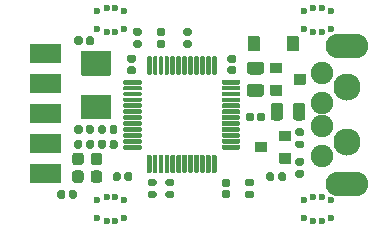
<source format=gbr>
G04 #@! TF.GenerationSoftware,KiCad,Pcbnew,5.1.9+dfsg1-1*
G04 #@! TF.CreationDate,2021-07-12T18:29:50+08:00*
G04 #@! TF.ProjectId,stlink,73746c69-6e6b-42e6-9b69-6361645f7063,a*
G04 #@! TF.SameCoordinates,Original*
G04 #@! TF.FileFunction,Soldermask,Top*
G04 #@! TF.FilePolarity,Negative*
%FSLAX46Y46*%
G04 Gerber Fmt 4.6, Leading zero omitted, Abs format (unit mm)*
G04 Created by KiCad (PCBNEW 5.1.9+dfsg1-1) date 2021-07-12 18:29:50*
%MOMM*%
%LPD*%
G01*
G04 APERTURE LIST*
%ADD10C,0.600000*%
%ADD11C,1.900000*%
%ADD12C,2.300000*%
%ADD13O,3.600000X2.100000*%
G04 APERTURE END LIST*
G04 #@! TO.C,R11*
G36*
G01*
X120710000Y-96060000D02*
X120290000Y-96060000D01*
G75*
G02*
X120130000Y-95900000I0J160000D01*
G01*
X120130000Y-95580000D01*
G75*
G02*
X120290000Y-95420000I160000J0D01*
G01*
X120710000Y-95420000D01*
G75*
G02*
X120870000Y-95580000I0J-160000D01*
G01*
X120870000Y-95900000D01*
G75*
G02*
X120710000Y-96060000I-160000J0D01*
G01*
G37*
G36*
G01*
X120710000Y-97080000D02*
X120290000Y-97080000D01*
G75*
G02*
X120130000Y-96920000I0J160000D01*
G01*
X120130000Y-96600000D01*
G75*
G02*
X120290000Y-96440000I160000J0D01*
G01*
X120710000Y-96440000D01*
G75*
G02*
X120870000Y-96600000I0J-160000D01*
G01*
X120870000Y-96920000D01*
G75*
G02*
X120710000Y-97080000I-160000J0D01*
G01*
G37*
G04 #@! TD*
G04 #@! TO.C,R10*
G36*
G01*
X121790000Y-96440000D02*
X122210000Y-96440000D01*
G75*
G02*
X122370000Y-96600000I0J-160000D01*
G01*
X122370000Y-96920000D01*
G75*
G02*
X122210000Y-97080000I-160000J0D01*
G01*
X121790000Y-97080000D01*
G75*
G02*
X121630000Y-96920000I0J160000D01*
G01*
X121630000Y-96600000D01*
G75*
G02*
X121790000Y-96440000I160000J0D01*
G01*
G37*
G36*
G01*
X121790000Y-95420000D02*
X122210000Y-95420000D01*
G75*
G02*
X122370000Y-95580000I0J-160000D01*
G01*
X122370000Y-95900000D01*
G75*
G02*
X122210000Y-96060000I-160000J0D01*
G01*
X121790000Y-96060000D01*
G75*
G02*
X121630000Y-95900000I0J160000D01*
G01*
X121630000Y-95580000D01*
G75*
G02*
X121790000Y-95420000I160000J0D01*
G01*
G37*
G04 #@! TD*
G04 #@! TO.C,R8*
G36*
G01*
X119040000Y-83690000D02*
X119460000Y-83690000D01*
G75*
G02*
X119620000Y-83850000I0J-160000D01*
G01*
X119620000Y-84170000D01*
G75*
G02*
X119460000Y-84330000I-160000J0D01*
G01*
X119040000Y-84330000D01*
G75*
G02*
X118880000Y-84170000I0J160000D01*
G01*
X118880000Y-83850000D01*
G75*
G02*
X119040000Y-83690000I160000J0D01*
G01*
G37*
G36*
G01*
X119040000Y-82670000D02*
X119460000Y-82670000D01*
G75*
G02*
X119620000Y-82830000I0J-160000D01*
G01*
X119620000Y-83150000D01*
G75*
G02*
X119460000Y-83310000I-160000J0D01*
G01*
X119040000Y-83310000D01*
G75*
G02*
X118880000Y-83150000I0J160000D01*
G01*
X118880000Y-82830000D01*
G75*
G02*
X119040000Y-82670000I160000J0D01*
G01*
G37*
G04 #@! TD*
G04 #@! TO.C,R7*
G36*
G01*
X121040000Y-83690000D02*
X121460000Y-83690000D01*
G75*
G02*
X121620000Y-83850000I0J-160000D01*
G01*
X121620000Y-84170000D01*
G75*
G02*
X121460000Y-84330000I-160000J0D01*
G01*
X121040000Y-84330000D01*
G75*
G02*
X120880000Y-84170000I0J160000D01*
G01*
X120880000Y-83850000D01*
G75*
G02*
X121040000Y-83690000I160000J0D01*
G01*
G37*
G36*
G01*
X121040000Y-82670000D02*
X121460000Y-82670000D01*
G75*
G02*
X121620000Y-82830000I0J-160000D01*
G01*
X121620000Y-83150000D01*
G75*
G02*
X121460000Y-83310000I-160000J0D01*
G01*
X121040000Y-83310000D01*
G75*
G02*
X120880000Y-83150000I0J160000D01*
G01*
X120880000Y-82830000D01*
G75*
G02*
X121040000Y-82670000I160000J0D01*
G01*
G37*
G04 #@! TD*
G04 #@! TO.C,R6*
G36*
G01*
X131190000Y-95460000D02*
X131190000Y-95040000D01*
G75*
G02*
X131350000Y-94880000I160000J0D01*
G01*
X131670000Y-94880000D01*
G75*
G02*
X131830000Y-95040000I0J-160000D01*
G01*
X131830000Y-95460000D01*
G75*
G02*
X131670000Y-95620000I-160000J0D01*
G01*
X131350000Y-95620000D01*
G75*
G02*
X131190000Y-95460000I0J160000D01*
G01*
G37*
G36*
G01*
X130170000Y-95460000D02*
X130170000Y-95040000D01*
G75*
G02*
X130330000Y-94880000I160000J0D01*
G01*
X130650000Y-94880000D01*
G75*
G02*
X130810000Y-95040000I0J-160000D01*
G01*
X130810000Y-95460000D01*
G75*
G02*
X130650000Y-95620000I-160000J0D01*
G01*
X130330000Y-95620000D01*
G75*
G02*
X130170000Y-95460000I0J160000D01*
G01*
G37*
G04 #@! TD*
G04 #@! TO.C,R5*
G36*
G01*
X133210000Y-94310000D02*
X132790000Y-94310000D01*
G75*
G02*
X132630000Y-94150000I0J160000D01*
G01*
X132630000Y-93830000D01*
G75*
G02*
X132790000Y-93670000I160000J0D01*
G01*
X133210000Y-93670000D01*
G75*
G02*
X133370000Y-93830000I0J-160000D01*
G01*
X133370000Y-94150000D01*
G75*
G02*
X133210000Y-94310000I-160000J0D01*
G01*
G37*
G36*
G01*
X133210000Y-95330000D02*
X132790000Y-95330000D01*
G75*
G02*
X132630000Y-95170000I0J160000D01*
G01*
X132630000Y-94850000D01*
G75*
G02*
X132790000Y-94690000I160000J0D01*
G01*
X133210000Y-94690000D01*
G75*
G02*
X133370000Y-94850000I0J-160000D01*
G01*
X133370000Y-95170000D01*
G75*
G02*
X133210000Y-95330000I-160000J0D01*
G01*
G37*
G04 #@! TD*
G04 #@! TO.C,R4*
G36*
G01*
X133210000Y-91810000D02*
X132790000Y-91810000D01*
G75*
G02*
X132630000Y-91650000I0J160000D01*
G01*
X132630000Y-91330000D01*
G75*
G02*
X132790000Y-91170000I160000J0D01*
G01*
X133210000Y-91170000D01*
G75*
G02*
X133370000Y-91330000I0J-160000D01*
G01*
X133370000Y-91650000D01*
G75*
G02*
X133210000Y-91810000I-160000J0D01*
G01*
G37*
G36*
G01*
X133210000Y-92830000D02*
X132790000Y-92830000D01*
G75*
G02*
X132630000Y-92670000I0J160000D01*
G01*
X132630000Y-92350000D01*
G75*
G02*
X132790000Y-92190000I160000J0D01*
G01*
X133210000Y-92190000D01*
G75*
G02*
X133370000Y-92350000I0J-160000D01*
G01*
X133370000Y-92670000D01*
G75*
G02*
X133210000Y-92830000I-160000J0D01*
G01*
G37*
G04 #@! TD*
G04 #@! TO.C,Q1*
G36*
G01*
X130250000Y-92350000D02*
X130250000Y-93150000D01*
G75*
G02*
X130200000Y-93200000I-50000J0D01*
G01*
X129300000Y-93200000D01*
G75*
G02*
X129250000Y-93150000I0J50000D01*
G01*
X129250000Y-92350000D01*
G75*
G02*
X129300000Y-92300000I50000J0D01*
G01*
X130200000Y-92300000D01*
G75*
G02*
X130250000Y-92350000I0J-50000D01*
G01*
G37*
G36*
G01*
X132250000Y-91400000D02*
X132250000Y-92200000D01*
G75*
G02*
X132200000Y-92250000I-50000J0D01*
G01*
X131300000Y-92250000D01*
G75*
G02*
X131250000Y-92200000I0J50000D01*
G01*
X131250000Y-91400000D01*
G75*
G02*
X131300000Y-91350000I50000J0D01*
G01*
X132200000Y-91350000D01*
G75*
G02*
X132250000Y-91400000I0J-50000D01*
G01*
G37*
G36*
G01*
X132250000Y-93300000D02*
X132250000Y-94100000D01*
G75*
G02*
X132200000Y-94150000I-50000J0D01*
G01*
X131300000Y-94150000D01*
G75*
G02*
X131250000Y-94100000I0J50000D01*
G01*
X131250000Y-93300000D01*
G75*
G02*
X131300000Y-93250000I50000J0D01*
G01*
X132200000Y-93250000D01*
G75*
G02*
X132250000Y-93300000I0J-50000D01*
G01*
G37*
G04 #@! TD*
D10*
G04 #@! TO.C,H4*
X134850000Y-99000000D03*
X134150000Y-99000000D03*
X135650000Y-97250000D03*
X134150000Y-97000000D03*
X133350000Y-97250000D03*
X135650000Y-98750000D03*
X133350000Y-98750000D03*
X134850000Y-97000000D03*
G04 #@! TD*
G04 #@! TO.C,H3*
X134850000Y-83000000D03*
X134150000Y-83000000D03*
X135650000Y-81250000D03*
X134150000Y-81000000D03*
X133350000Y-81250000D03*
X135650000Y-82750000D03*
X133350000Y-82750000D03*
X134850000Y-81000000D03*
G04 #@! TD*
G04 #@! TO.C,H2*
X117350000Y-99000000D03*
X116650000Y-99000000D03*
X118150000Y-97250000D03*
X116650000Y-97000000D03*
X115850000Y-97250000D03*
X118150000Y-98750000D03*
X115850000Y-98750000D03*
X117350000Y-97000000D03*
G04 #@! TD*
G04 #@! TO.C,H1*
X117350000Y-83000000D03*
X116650000Y-83000000D03*
X118150000Y-81250000D03*
X116650000Y-81000000D03*
X115850000Y-81250000D03*
X118150000Y-82750000D03*
X115850000Y-82750000D03*
X117350000Y-81000000D03*
G04 #@! TD*
G04 #@! TO.C,R9*
G36*
G01*
X128960000Y-96060000D02*
X128540000Y-96060000D01*
G75*
G02*
X128380000Y-95900000I0J160000D01*
G01*
X128380000Y-95580000D01*
G75*
G02*
X128540000Y-95420000I160000J0D01*
G01*
X128960000Y-95420000D01*
G75*
G02*
X129120000Y-95580000I0J-160000D01*
G01*
X129120000Y-95900000D01*
G75*
G02*
X128960000Y-96060000I-160000J0D01*
G01*
G37*
G36*
G01*
X128960000Y-97080000D02*
X128540000Y-97080000D01*
G75*
G02*
X128380000Y-96920000I0J160000D01*
G01*
X128380000Y-96600000D01*
G75*
G02*
X128540000Y-96440000I160000J0D01*
G01*
X128960000Y-96440000D01*
G75*
G02*
X129120000Y-96600000I0J-160000D01*
G01*
X129120000Y-96920000D01*
G75*
G02*
X128960000Y-97080000I-160000J0D01*
G01*
G37*
G04 #@! TD*
G04 #@! TO.C,R2*
G36*
G01*
X123290000Y-83690000D02*
X123710000Y-83690000D01*
G75*
G02*
X123870000Y-83850000I0J-160000D01*
G01*
X123870000Y-84170000D01*
G75*
G02*
X123710000Y-84330000I-160000J0D01*
G01*
X123290000Y-84330000D01*
G75*
G02*
X123130000Y-84170000I0J160000D01*
G01*
X123130000Y-83850000D01*
G75*
G02*
X123290000Y-83690000I160000J0D01*
G01*
G37*
G36*
G01*
X123290000Y-82670000D02*
X123710000Y-82670000D01*
G75*
G02*
X123870000Y-82830000I0J-160000D01*
G01*
X123870000Y-83150000D01*
G75*
G02*
X123710000Y-83310000I-160000J0D01*
G01*
X123290000Y-83310000D01*
G75*
G02*
X123130000Y-83150000I0J160000D01*
G01*
X123130000Y-82830000D01*
G75*
G02*
X123290000Y-82670000I160000J0D01*
G01*
G37*
G04 #@! TD*
G04 #@! TO.C,R1*
G36*
G01*
X114560000Y-92290000D02*
X114560000Y-92710000D01*
G75*
G02*
X114400000Y-92870000I-160000J0D01*
G01*
X114080000Y-92870000D01*
G75*
G02*
X113920000Y-92710000I0J160000D01*
G01*
X113920000Y-92290000D01*
G75*
G02*
X114080000Y-92130000I160000J0D01*
G01*
X114400000Y-92130000D01*
G75*
G02*
X114560000Y-92290000I0J-160000D01*
G01*
G37*
G36*
G01*
X115580000Y-92290000D02*
X115580000Y-92710000D01*
G75*
G02*
X115420000Y-92870000I-160000J0D01*
G01*
X115100000Y-92870000D01*
G75*
G02*
X114940000Y-92710000I0J160000D01*
G01*
X114940000Y-92290000D01*
G75*
G02*
X115100000Y-92130000I160000J0D01*
G01*
X115420000Y-92130000D01*
G75*
G02*
X115580000Y-92290000I0J-160000D01*
G01*
G37*
G04 #@! TD*
G04 #@! TO.C,C1*
G36*
G01*
X116600000Y-91055000D02*
X116600000Y-91445000D01*
G75*
G02*
X116435000Y-91610000I-165000J0D01*
G01*
X116105000Y-91610000D01*
G75*
G02*
X115940000Y-91445000I0J165000D01*
G01*
X115940000Y-91055000D01*
G75*
G02*
X116105000Y-90890000I165000J0D01*
G01*
X116435000Y-90890000D01*
G75*
G02*
X116600000Y-91055000I0J-165000D01*
G01*
G37*
G36*
G01*
X117560000Y-91055000D02*
X117560000Y-91445000D01*
G75*
G02*
X117395000Y-91610000I-165000J0D01*
G01*
X117065000Y-91610000D01*
G75*
G02*
X116900000Y-91445000I0J165000D01*
G01*
X116900000Y-91055000D01*
G75*
G02*
X117065000Y-90890000I165000J0D01*
G01*
X117395000Y-90890000D01*
G75*
G02*
X117560000Y-91055000I0J-165000D01*
G01*
G37*
G04 #@! TD*
D11*
G04 #@! TO.C,J1*
X134900000Y-86500000D03*
X134900000Y-89000000D03*
X134900000Y-91000000D03*
X134900000Y-93500000D03*
D12*
X137000000Y-87700000D03*
X137000000Y-92300000D03*
D13*
X137000000Y-84150000D03*
X137000000Y-95850000D03*
G04 #@! TD*
G04 #@! TO.C,R13*
G36*
G01*
X113160000Y-96552500D02*
X113160000Y-96947500D01*
G75*
G02*
X112987500Y-97120000I-172500J0D01*
G01*
X112642500Y-97120000D01*
G75*
G02*
X112470000Y-96947500I0J172500D01*
G01*
X112470000Y-96552500D01*
G75*
G02*
X112642500Y-96380000I172500J0D01*
G01*
X112987500Y-96380000D01*
G75*
G02*
X113160000Y-96552500I0J-172500D01*
G01*
G37*
G36*
G01*
X114130000Y-96552500D02*
X114130000Y-96947500D01*
G75*
G02*
X113957500Y-97120000I-172500J0D01*
G01*
X113612500Y-97120000D01*
G75*
G02*
X113440000Y-96947500I0J172500D01*
G01*
X113440000Y-96552500D01*
G75*
G02*
X113612500Y-96380000I172500J0D01*
G01*
X113957500Y-96380000D01*
G75*
G02*
X114130000Y-96552500I0J-172500D01*
G01*
G37*
G04 #@! TD*
G04 #@! TO.C,R12*
G36*
G01*
X118140000Y-95447500D02*
X118140000Y-95052500D01*
G75*
G02*
X118312500Y-94880000I172500J0D01*
G01*
X118657500Y-94880000D01*
G75*
G02*
X118830000Y-95052500I0J-172500D01*
G01*
X118830000Y-95447500D01*
G75*
G02*
X118657500Y-95620000I-172500J0D01*
G01*
X118312500Y-95620000D01*
G75*
G02*
X118140000Y-95447500I0J172500D01*
G01*
G37*
G36*
G01*
X117170000Y-95447500D02*
X117170000Y-95052500D01*
G75*
G02*
X117342500Y-94880000I172500J0D01*
G01*
X117687500Y-94880000D01*
G75*
G02*
X117860000Y-95052500I0J-172500D01*
G01*
X117860000Y-95447500D01*
G75*
G02*
X117687500Y-95620000I-172500J0D01*
G01*
X117342500Y-95620000D01*
G75*
G02*
X117170000Y-95447500I0J172500D01*
G01*
G37*
G04 #@! TD*
G04 #@! TO.C,D3*
G36*
G01*
X115300000Y-94031250D02*
X115300000Y-93468750D01*
G75*
G02*
X115543750Y-93225000I243750J0D01*
G01*
X116031250Y-93225000D01*
G75*
G02*
X116275000Y-93468750I0J-243750D01*
G01*
X116275000Y-94031250D01*
G75*
G02*
X116031250Y-94275000I-243750J0D01*
G01*
X115543750Y-94275000D01*
G75*
G02*
X115300000Y-94031250I0J243750D01*
G01*
G37*
G36*
G01*
X113725000Y-94031250D02*
X113725000Y-93468750D01*
G75*
G02*
X113968750Y-93225000I243750J0D01*
G01*
X114456250Y-93225000D01*
G75*
G02*
X114700000Y-93468750I0J-243750D01*
G01*
X114700000Y-94031250D01*
G75*
G02*
X114456250Y-94275000I-243750J0D01*
G01*
X113968750Y-94275000D01*
G75*
G02*
X113725000Y-94031250I0J243750D01*
G01*
G37*
G04 #@! TD*
G04 #@! TO.C,D2*
G36*
G01*
X115300000Y-95531250D02*
X115300000Y-94968750D01*
G75*
G02*
X115543750Y-94725000I243750J0D01*
G01*
X116031250Y-94725000D01*
G75*
G02*
X116275000Y-94968750I0J-243750D01*
G01*
X116275000Y-95531250D01*
G75*
G02*
X116031250Y-95775000I-243750J0D01*
G01*
X115543750Y-95775000D01*
G75*
G02*
X115300000Y-95531250I0J243750D01*
G01*
G37*
G36*
G01*
X113725000Y-95531250D02*
X113725000Y-94968750D01*
G75*
G02*
X113968750Y-94725000I243750J0D01*
G01*
X114456250Y-94725000D01*
G75*
G02*
X114700000Y-94968750I0J-243750D01*
G01*
X114700000Y-95531250D01*
G75*
G02*
X114456250Y-95775000I-243750J0D01*
G01*
X113968750Y-95775000D01*
G75*
G02*
X113725000Y-95531250I0J243750D01*
G01*
G37*
G04 #@! TD*
G04 #@! TO.C,Y1*
G36*
G01*
X114550000Y-88300000D02*
X116950000Y-88300000D01*
G75*
G02*
X117000000Y-88350000I0J-50000D01*
G01*
X117000000Y-90350000D01*
G75*
G02*
X116950000Y-90400000I-50000J0D01*
G01*
X114550000Y-90400000D01*
G75*
G02*
X114500000Y-90350000I0J50000D01*
G01*
X114500000Y-88350000D01*
G75*
G02*
X114550000Y-88300000I50000J0D01*
G01*
G37*
G36*
G01*
X114550000Y-84600000D02*
X116950000Y-84600000D01*
G75*
G02*
X117000000Y-84650000I0J-50000D01*
G01*
X117000000Y-86650000D01*
G75*
G02*
X116950000Y-86700000I-50000J0D01*
G01*
X114550000Y-86700000D01*
G75*
G02*
X114500000Y-86650000I0J50000D01*
G01*
X114500000Y-84650000D01*
G75*
G02*
X114550000Y-84600000I50000J0D01*
G01*
G37*
G04 #@! TD*
G04 #@! TO.C,C3*
G36*
G01*
X114890000Y-91447500D02*
X114890000Y-91052500D01*
G75*
G02*
X115062500Y-90880000I172500J0D01*
G01*
X115407500Y-90880000D01*
G75*
G02*
X115580000Y-91052500I0J-172500D01*
G01*
X115580000Y-91447500D01*
G75*
G02*
X115407500Y-91620000I-172500J0D01*
G01*
X115062500Y-91620000D01*
G75*
G02*
X114890000Y-91447500I0J172500D01*
G01*
G37*
G36*
G01*
X113920000Y-91447500D02*
X113920000Y-91052500D01*
G75*
G02*
X114092500Y-90880000I172500J0D01*
G01*
X114437500Y-90880000D01*
G75*
G02*
X114610000Y-91052500I0J-172500D01*
G01*
X114610000Y-91447500D01*
G75*
G02*
X114437500Y-91620000I-172500J0D01*
G01*
X114092500Y-91620000D01*
G75*
G02*
X113920000Y-91447500I0J172500D01*
G01*
G37*
G04 #@! TD*
G04 #@! TO.C,C2*
G36*
G01*
X114610000Y-83552500D02*
X114610000Y-83947500D01*
G75*
G02*
X114437500Y-84120000I-172500J0D01*
G01*
X114092500Y-84120000D01*
G75*
G02*
X113920000Y-83947500I0J172500D01*
G01*
X113920000Y-83552500D01*
G75*
G02*
X114092500Y-83380000I172500J0D01*
G01*
X114437500Y-83380000D01*
G75*
G02*
X114610000Y-83552500I0J-172500D01*
G01*
G37*
G36*
G01*
X115580000Y-83552500D02*
X115580000Y-83947500D01*
G75*
G02*
X115407500Y-84120000I-172500J0D01*
G01*
X115062500Y-84120000D01*
G75*
G02*
X114890000Y-83947500I0J172500D01*
G01*
X114890000Y-83552500D01*
G75*
G02*
X115062500Y-83380000I172500J0D01*
G01*
X115407500Y-83380000D01*
G75*
G02*
X115580000Y-83552500I0J-172500D01*
G01*
G37*
G04 #@! TD*
G04 #@! TO.C,J2*
G36*
G01*
X112820000Y-94238000D02*
X112820000Y-95762000D01*
G75*
G02*
X112770000Y-95812000I-50000J0D01*
G01*
X110230000Y-95812000D01*
G75*
G02*
X110180000Y-95762000I0J50000D01*
G01*
X110180000Y-94238000D01*
G75*
G02*
X110230000Y-94188000I50000J0D01*
G01*
X112770000Y-94188000D01*
G75*
G02*
X112820000Y-94238000I0J-50000D01*
G01*
G37*
G36*
G01*
X112820000Y-91698000D02*
X112820000Y-93222000D01*
G75*
G02*
X112770000Y-93272000I-50000J0D01*
G01*
X110230000Y-93272000D01*
G75*
G02*
X110180000Y-93222000I0J50000D01*
G01*
X110180000Y-91698000D01*
G75*
G02*
X110230000Y-91648000I50000J0D01*
G01*
X112770000Y-91648000D01*
G75*
G02*
X112820000Y-91698000I0J-50000D01*
G01*
G37*
G36*
G01*
X112820000Y-89158000D02*
X112820000Y-90682000D01*
G75*
G02*
X112770000Y-90732000I-50000J0D01*
G01*
X110230000Y-90732000D01*
G75*
G02*
X110180000Y-90682000I0J50000D01*
G01*
X110180000Y-89158000D01*
G75*
G02*
X110230000Y-89108000I50000J0D01*
G01*
X112770000Y-89108000D01*
G75*
G02*
X112820000Y-89158000I0J-50000D01*
G01*
G37*
G36*
G01*
X112820000Y-86618000D02*
X112820000Y-88142000D01*
G75*
G02*
X112770000Y-88192000I-50000J0D01*
G01*
X110230000Y-88192000D01*
G75*
G02*
X110180000Y-88142000I0J50000D01*
G01*
X110180000Y-86618000D01*
G75*
G02*
X110230000Y-86568000I50000J0D01*
G01*
X112770000Y-86568000D01*
G75*
G02*
X112820000Y-86618000I0J-50000D01*
G01*
G37*
G36*
G01*
X112820000Y-84078000D02*
X112820000Y-85602000D01*
G75*
G02*
X112770000Y-85652000I-50000J0D01*
G01*
X110230000Y-85652000D01*
G75*
G02*
X110180000Y-85602000I0J50000D01*
G01*
X110180000Y-84078000D01*
G75*
G02*
X110230000Y-84028000I50000J0D01*
G01*
X112770000Y-84028000D01*
G75*
G02*
X112820000Y-84078000I0J-50000D01*
G01*
G37*
G04 #@! TD*
G04 #@! TO.C,C9*
G36*
G01*
X116610000Y-92302500D02*
X116610000Y-92697500D01*
G75*
G02*
X116437500Y-92870000I-172500J0D01*
G01*
X116092500Y-92870000D01*
G75*
G02*
X115920000Y-92697500I0J172500D01*
G01*
X115920000Y-92302500D01*
G75*
G02*
X116092500Y-92130000I172500J0D01*
G01*
X116437500Y-92130000D01*
G75*
G02*
X116610000Y-92302500I0J-172500D01*
G01*
G37*
G36*
G01*
X117580000Y-92302500D02*
X117580000Y-92697500D01*
G75*
G02*
X117407500Y-92870000I-172500J0D01*
G01*
X117062500Y-92870000D01*
G75*
G02*
X116890000Y-92697500I0J172500D01*
G01*
X116890000Y-92302500D01*
G75*
G02*
X117062500Y-92130000I172500J0D01*
G01*
X117407500Y-92130000D01*
G75*
G02*
X117580000Y-92302500I0J-172500D01*
G01*
G37*
G04 #@! TD*
G04 #@! TO.C,C8*
G36*
G01*
X126552500Y-96390000D02*
X126947500Y-96390000D01*
G75*
G02*
X127120000Y-96562500I0J-172500D01*
G01*
X127120000Y-96907500D01*
G75*
G02*
X126947500Y-97080000I-172500J0D01*
G01*
X126552500Y-97080000D01*
G75*
G02*
X126380000Y-96907500I0J172500D01*
G01*
X126380000Y-96562500D01*
G75*
G02*
X126552500Y-96390000I172500J0D01*
G01*
G37*
G36*
G01*
X126552500Y-95420000D02*
X126947500Y-95420000D01*
G75*
G02*
X127120000Y-95592500I0J-172500D01*
G01*
X127120000Y-95937500D01*
G75*
G02*
X126947500Y-96110000I-172500J0D01*
G01*
X126552500Y-96110000D01*
G75*
G02*
X126380000Y-95937500I0J172500D01*
G01*
X126380000Y-95592500D01*
G75*
G02*
X126552500Y-95420000I172500J0D01*
G01*
G37*
G04 #@! TD*
G04 #@! TO.C,C7*
G36*
G01*
X127447500Y-85610000D02*
X127052500Y-85610000D01*
G75*
G02*
X126880000Y-85437500I0J172500D01*
G01*
X126880000Y-85092500D01*
G75*
G02*
X127052500Y-84920000I172500J0D01*
G01*
X127447500Y-84920000D01*
G75*
G02*
X127620000Y-85092500I0J-172500D01*
G01*
X127620000Y-85437500D01*
G75*
G02*
X127447500Y-85610000I-172500J0D01*
G01*
G37*
G36*
G01*
X127447500Y-86580000D02*
X127052500Y-86580000D01*
G75*
G02*
X126880000Y-86407500I0J172500D01*
G01*
X126880000Y-86062500D01*
G75*
G02*
X127052500Y-85890000I172500J0D01*
G01*
X127447500Y-85890000D01*
G75*
G02*
X127620000Y-86062500I0J-172500D01*
G01*
X127620000Y-86407500D01*
G75*
G02*
X127447500Y-86580000I-172500J0D01*
G01*
G37*
G04 #@! TD*
G04 #@! TO.C,C6*
G36*
G01*
X118947500Y-85610000D02*
X118552500Y-85610000D01*
G75*
G02*
X118380000Y-85437500I0J172500D01*
G01*
X118380000Y-85092500D01*
G75*
G02*
X118552500Y-84920000I172500J0D01*
G01*
X118947500Y-84920000D01*
G75*
G02*
X119120000Y-85092500I0J-172500D01*
G01*
X119120000Y-85437500D01*
G75*
G02*
X118947500Y-85610000I-172500J0D01*
G01*
G37*
G36*
G01*
X118947500Y-86580000D02*
X118552500Y-86580000D01*
G75*
G02*
X118380000Y-86407500I0J172500D01*
G01*
X118380000Y-86062500D01*
G75*
G02*
X118552500Y-85890000I172500J0D01*
G01*
X118947500Y-85890000D01*
G75*
G02*
X119120000Y-86062500I0J-172500D01*
G01*
X119120000Y-86407500D01*
G75*
G02*
X118947500Y-86580000I-172500J0D01*
G01*
G37*
G04 #@! TD*
G04 #@! TO.C,R3*
G36*
G01*
X129110000Y-90002500D02*
X129110000Y-90397500D01*
G75*
G02*
X128937500Y-90570000I-172500J0D01*
G01*
X128592500Y-90570000D01*
G75*
G02*
X128420000Y-90397500I0J172500D01*
G01*
X128420000Y-90002500D01*
G75*
G02*
X128592500Y-89830000I172500J0D01*
G01*
X128937500Y-89830000D01*
G75*
G02*
X129110000Y-90002500I0J-172500D01*
G01*
G37*
G36*
G01*
X130080000Y-90002500D02*
X130080000Y-90397500D01*
G75*
G02*
X129907500Y-90570000I-172500J0D01*
G01*
X129562500Y-90570000D01*
G75*
G02*
X129390000Y-90397500I0J172500D01*
G01*
X129390000Y-90002500D01*
G75*
G02*
X129562500Y-89830000I172500J0D01*
G01*
X129907500Y-89830000D01*
G75*
G02*
X130080000Y-90002500I0J-172500D01*
G01*
G37*
G04 #@! TD*
G04 #@! TO.C,D1*
G36*
G01*
X131900000Y-84600000D02*
X131900000Y-83400000D01*
G75*
G02*
X131950000Y-83350000I50000J0D01*
G01*
X132850000Y-83350000D01*
G75*
G02*
X132900000Y-83400000I0J-50000D01*
G01*
X132900000Y-84600000D01*
G75*
G02*
X132850000Y-84650000I-50000J0D01*
G01*
X131950000Y-84650000D01*
G75*
G02*
X131900000Y-84600000I0J50000D01*
G01*
G37*
G36*
G01*
X128600000Y-84600000D02*
X128600000Y-83400000D01*
G75*
G02*
X128650000Y-83350000I50000J0D01*
G01*
X129550000Y-83350000D01*
G75*
G02*
X129600000Y-83400000I0J-50000D01*
G01*
X129600000Y-84600000D01*
G75*
G02*
X129550000Y-84650000I-50000J0D01*
G01*
X128650000Y-84650000D01*
G75*
G02*
X128600000Y-84600000I0J50000D01*
G01*
G37*
G04 #@! TD*
G04 #@! TO.C,C5*
G36*
G01*
X129731250Y-86600000D02*
X128768750Y-86600000D01*
G75*
G02*
X128500000Y-86331250I0J268750D01*
G01*
X128500000Y-85793750D01*
G75*
G02*
X128768750Y-85525000I268750J0D01*
G01*
X129731250Y-85525000D01*
G75*
G02*
X130000000Y-85793750I0J-268750D01*
G01*
X130000000Y-86331250D01*
G75*
G02*
X129731250Y-86600000I-268750J0D01*
G01*
G37*
G36*
G01*
X129731250Y-88475000D02*
X128768750Y-88475000D01*
G75*
G02*
X128500000Y-88206250I0J268750D01*
G01*
X128500000Y-87668750D01*
G75*
G02*
X128768750Y-87400000I268750J0D01*
G01*
X129731250Y-87400000D01*
G75*
G02*
X130000000Y-87668750I0J-268750D01*
G01*
X130000000Y-88206250D01*
G75*
G02*
X129731250Y-88475000I-268750J0D01*
G01*
G37*
G04 #@! TD*
G04 #@! TO.C,C4*
G36*
G01*
X131600000Y-89268750D02*
X131600000Y-90231250D01*
G75*
G02*
X131331250Y-90500000I-268750J0D01*
G01*
X130793750Y-90500000D01*
G75*
G02*
X130525000Y-90231250I0J268750D01*
G01*
X130525000Y-89268750D01*
G75*
G02*
X130793750Y-89000000I268750J0D01*
G01*
X131331250Y-89000000D01*
G75*
G02*
X131600000Y-89268750I0J-268750D01*
G01*
G37*
G36*
G01*
X133475000Y-89268750D02*
X133475000Y-90231250D01*
G75*
G02*
X133206250Y-90500000I-268750J0D01*
G01*
X132668750Y-90500000D01*
G75*
G02*
X132400000Y-90231250I0J268750D01*
G01*
X132400000Y-89268750D01*
G75*
G02*
X132668750Y-89000000I268750J0D01*
G01*
X133206250Y-89000000D01*
G75*
G02*
X133475000Y-89268750I0J-268750D01*
G01*
G37*
G04 #@! TD*
G04 #@! TO.C,U1*
G36*
G01*
X132500000Y-87400000D02*
X132500000Y-86600000D01*
G75*
G02*
X132550000Y-86550000I50000J0D01*
G01*
X133450000Y-86550000D01*
G75*
G02*
X133500000Y-86600000I0J-50000D01*
G01*
X133500000Y-87400000D01*
G75*
G02*
X133450000Y-87450000I-50000J0D01*
G01*
X132550000Y-87450000D01*
G75*
G02*
X132500000Y-87400000I0J50000D01*
G01*
G37*
G36*
G01*
X130500000Y-88350000D02*
X130500000Y-87550000D01*
G75*
G02*
X130550000Y-87500000I50000J0D01*
G01*
X131450000Y-87500000D01*
G75*
G02*
X131500000Y-87550000I0J-50000D01*
G01*
X131500000Y-88350000D01*
G75*
G02*
X131450000Y-88400000I-50000J0D01*
G01*
X130550000Y-88400000D01*
G75*
G02*
X130500000Y-88350000I0J50000D01*
G01*
G37*
G36*
G01*
X130500000Y-86450000D02*
X130500000Y-85650000D01*
G75*
G02*
X130550000Y-85600000I50000J0D01*
G01*
X131450000Y-85600000D01*
G75*
G02*
X131500000Y-85650000I0J-50000D01*
G01*
X131500000Y-86450000D01*
G75*
G02*
X131450000Y-86500000I-50000J0D01*
G01*
X130550000Y-86500000D01*
G75*
G02*
X130500000Y-86450000I0J50000D01*
G01*
G37*
G04 #@! TD*
G04 #@! TO.C,U2*
G36*
G01*
X120050000Y-86525000D02*
X120050000Y-85150000D01*
G75*
G02*
X120150000Y-85050000I100000J0D01*
G01*
X120350000Y-85050000D01*
G75*
G02*
X120450000Y-85150000I0J-100000D01*
G01*
X120450000Y-86525000D01*
G75*
G02*
X120350000Y-86625000I-100000J0D01*
G01*
X120150000Y-86625000D01*
G75*
G02*
X120050000Y-86525000I0J100000D01*
G01*
G37*
G36*
G01*
X120550000Y-86525000D02*
X120550000Y-85150000D01*
G75*
G02*
X120650000Y-85050000I100000J0D01*
G01*
X120850000Y-85050000D01*
G75*
G02*
X120950000Y-85150000I0J-100000D01*
G01*
X120950000Y-86525000D01*
G75*
G02*
X120850000Y-86625000I-100000J0D01*
G01*
X120650000Y-86625000D01*
G75*
G02*
X120550000Y-86525000I0J100000D01*
G01*
G37*
G36*
G01*
X121050000Y-86525000D02*
X121050000Y-85150000D01*
G75*
G02*
X121150000Y-85050000I100000J0D01*
G01*
X121350000Y-85050000D01*
G75*
G02*
X121450000Y-85150000I0J-100000D01*
G01*
X121450000Y-86525000D01*
G75*
G02*
X121350000Y-86625000I-100000J0D01*
G01*
X121150000Y-86625000D01*
G75*
G02*
X121050000Y-86525000I0J100000D01*
G01*
G37*
G36*
G01*
X121550000Y-86525000D02*
X121550000Y-85150000D01*
G75*
G02*
X121650000Y-85050000I100000J0D01*
G01*
X121850000Y-85050000D01*
G75*
G02*
X121950000Y-85150000I0J-100000D01*
G01*
X121950000Y-86525000D01*
G75*
G02*
X121850000Y-86625000I-100000J0D01*
G01*
X121650000Y-86625000D01*
G75*
G02*
X121550000Y-86525000I0J100000D01*
G01*
G37*
G36*
G01*
X122050000Y-86525000D02*
X122050000Y-85150000D01*
G75*
G02*
X122150000Y-85050000I100000J0D01*
G01*
X122350000Y-85050000D01*
G75*
G02*
X122450000Y-85150000I0J-100000D01*
G01*
X122450000Y-86525000D01*
G75*
G02*
X122350000Y-86625000I-100000J0D01*
G01*
X122150000Y-86625000D01*
G75*
G02*
X122050000Y-86525000I0J100000D01*
G01*
G37*
G36*
G01*
X122550000Y-86525000D02*
X122550000Y-85150000D01*
G75*
G02*
X122650000Y-85050000I100000J0D01*
G01*
X122850000Y-85050000D01*
G75*
G02*
X122950000Y-85150000I0J-100000D01*
G01*
X122950000Y-86525000D01*
G75*
G02*
X122850000Y-86625000I-100000J0D01*
G01*
X122650000Y-86625000D01*
G75*
G02*
X122550000Y-86525000I0J100000D01*
G01*
G37*
G36*
G01*
X123050000Y-86525000D02*
X123050000Y-85150000D01*
G75*
G02*
X123150000Y-85050000I100000J0D01*
G01*
X123350000Y-85050000D01*
G75*
G02*
X123450000Y-85150000I0J-100000D01*
G01*
X123450000Y-86525000D01*
G75*
G02*
X123350000Y-86625000I-100000J0D01*
G01*
X123150000Y-86625000D01*
G75*
G02*
X123050000Y-86525000I0J100000D01*
G01*
G37*
G36*
G01*
X123550000Y-86525000D02*
X123550000Y-85150000D01*
G75*
G02*
X123650000Y-85050000I100000J0D01*
G01*
X123850000Y-85050000D01*
G75*
G02*
X123950000Y-85150000I0J-100000D01*
G01*
X123950000Y-86525000D01*
G75*
G02*
X123850000Y-86625000I-100000J0D01*
G01*
X123650000Y-86625000D01*
G75*
G02*
X123550000Y-86525000I0J100000D01*
G01*
G37*
G36*
G01*
X124050000Y-86525000D02*
X124050000Y-85150000D01*
G75*
G02*
X124150000Y-85050000I100000J0D01*
G01*
X124350000Y-85050000D01*
G75*
G02*
X124450000Y-85150000I0J-100000D01*
G01*
X124450000Y-86525000D01*
G75*
G02*
X124350000Y-86625000I-100000J0D01*
G01*
X124150000Y-86625000D01*
G75*
G02*
X124050000Y-86525000I0J100000D01*
G01*
G37*
G36*
G01*
X124550000Y-86525000D02*
X124550000Y-85150000D01*
G75*
G02*
X124650000Y-85050000I100000J0D01*
G01*
X124850000Y-85050000D01*
G75*
G02*
X124950000Y-85150000I0J-100000D01*
G01*
X124950000Y-86525000D01*
G75*
G02*
X124850000Y-86625000I-100000J0D01*
G01*
X124650000Y-86625000D01*
G75*
G02*
X124550000Y-86525000I0J100000D01*
G01*
G37*
G36*
G01*
X125050000Y-86525000D02*
X125050000Y-85150000D01*
G75*
G02*
X125150000Y-85050000I100000J0D01*
G01*
X125350000Y-85050000D01*
G75*
G02*
X125450000Y-85150000I0J-100000D01*
G01*
X125450000Y-86525000D01*
G75*
G02*
X125350000Y-86625000I-100000J0D01*
G01*
X125150000Y-86625000D01*
G75*
G02*
X125050000Y-86525000I0J100000D01*
G01*
G37*
G36*
G01*
X125550000Y-86525000D02*
X125550000Y-85150000D01*
G75*
G02*
X125650000Y-85050000I100000J0D01*
G01*
X125850000Y-85050000D01*
G75*
G02*
X125950000Y-85150000I0J-100000D01*
G01*
X125950000Y-86525000D01*
G75*
G02*
X125850000Y-86625000I-100000J0D01*
G01*
X125650000Y-86625000D01*
G75*
G02*
X125550000Y-86525000I0J100000D01*
G01*
G37*
G36*
G01*
X126375000Y-87350000D02*
X126375000Y-87150000D01*
G75*
G02*
X126475000Y-87050000I100000J0D01*
G01*
X127850000Y-87050000D01*
G75*
G02*
X127950000Y-87150000I0J-100000D01*
G01*
X127950000Y-87350000D01*
G75*
G02*
X127850000Y-87450000I-100000J0D01*
G01*
X126475000Y-87450000D01*
G75*
G02*
X126375000Y-87350000I0J100000D01*
G01*
G37*
G36*
G01*
X126375000Y-87850000D02*
X126375000Y-87650000D01*
G75*
G02*
X126475000Y-87550000I100000J0D01*
G01*
X127850000Y-87550000D01*
G75*
G02*
X127950000Y-87650000I0J-100000D01*
G01*
X127950000Y-87850000D01*
G75*
G02*
X127850000Y-87950000I-100000J0D01*
G01*
X126475000Y-87950000D01*
G75*
G02*
X126375000Y-87850000I0J100000D01*
G01*
G37*
G36*
G01*
X126375000Y-88350000D02*
X126375000Y-88150000D01*
G75*
G02*
X126475000Y-88050000I100000J0D01*
G01*
X127850000Y-88050000D01*
G75*
G02*
X127950000Y-88150000I0J-100000D01*
G01*
X127950000Y-88350000D01*
G75*
G02*
X127850000Y-88450000I-100000J0D01*
G01*
X126475000Y-88450000D01*
G75*
G02*
X126375000Y-88350000I0J100000D01*
G01*
G37*
G36*
G01*
X126375000Y-88850000D02*
X126375000Y-88650000D01*
G75*
G02*
X126475000Y-88550000I100000J0D01*
G01*
X127850000Y-88550000D01*
G75*
G02*
X127950000Y-88650000I0J-100000D01*
G01*
X127950000Y-88850000D01*
G75*
G02*
X127850000Y-88950000I-100000J0D01*
G01*
X126475000Y-88950000D01*
G75*
G02*
X126375000Y-88850000I0J100000D01*
G01*
G37*
G36*
G01*
X126375000Y-89350000D02*
X126375000Y-89150000D01*
G75*
G02*
X126475000Y-89050000I100000J0D01*
G01*
X127850000Y-89050000D01*
G75*
G02*
X127950000Y-89150000I0J-100000D01*
G01*
X127950000Y-89350000D01*
G75*
G02*
X127850000Y-89450000I-100000J0D01*
G01*
X126475000Y-89450000D01*
G75*
G02*
X126375000Y-89350000I0J100000D01*
G01*
G37*
G36*
G01*
X126375000Y-89850000D02*
X126375000Y-89650000D01*
G75*
G02*
X126475000Y-89550000I100000J0D01*
G01*
X127850000Y-89550000D01*
G75*
G02*
X127950000Y-89650000I0J-100000D01*
G01*
X127950000Y-89850000D01*
G75*
G02*
X127850000Y-89950000I-100000J0D01*
G01*
X126475000Y-89950000D01*
G75*
G02*
X126375000Y-89850000I0J100000D01*
G01*
G37*
G36*
G01*
X126375000Y-90350000D02*
X126375000Y-90150000D01*
G75*
G02*
X126475000Y-90050000I100000J0D01*
G01*
X127850000Y-90050000D01*
G75*
G02*
X127950000Y-90150000I0J-100000D01*
G01*
X127950000Y-90350000D01*
G75*
G02*
X127850000Y-90450000I-100000J0D01*
G01*
X126475000Y-90450000D01*
G75*
G02*
X126375000Y-90350000I0J100000D01*
G01*
G37*
G36*
G01*
X126375000Y-90850000D02*
X126375000Y-90650000D01*
G75*
G02*
X126475000Y-90550000I100000J0D01*
G01*
X127850000Y-90550000D01*
G75*
G02*
X127950000Y-90650000I0J-100000D01*
G01*
X127950000Y-90850000D01*
G75*
G02*
X127850000Y-90950000I-100000J0D01*
G01*
X126475000Y-90950000D01*
G75*
G02*
X126375000Y-90850000I0J100000D01*
G01*
G37*
G36*
G01*
X126375000Y-91350000D02*
X126375000Y-91150000D01*
G75*
G02*
X126475000Y-91050000I100000J0D01*
G01*
X127850000Y-91050000D01*
G75*
G02*
X127950000Y-91150000I0J-100000D01*
G01*
X127950000Y-91350000D01*
G75*
G02*
X127850000Y-91450000I-100000J0D01*
G01*
X126475000Y-91450000D01*
G75*
G02*
X126375000Y-91350000I0J100000D01*
G01*
G37*
G36*
G01*
X126375000Y-91850000D02*
X126375000Y-91650000D01*
G75*
G02*
X126475000Y-91550000I100000J0D01*
G01*
X127850000Y-91550000D01*
G75*
G02*
X127950000Y-91650000I0J-100000D01*
G01*
X127950000Y-91850000D01*
G75*
G02*
X127850000Y-91950000I-100000J0D01*
G01*
X126475000Y-91950000D01*
G75*
G02*
X126375000Y-91850000I0J100000D01*
G01*
G37*
G36*
G01*
X126375000Y-92350000D02*
X126375000Y-92150000D01*
G75*
G02*
X126475000Y-92050000I100000J0D01*
G01*
X127850000Y-92050000D01*
G75*
G02*
X127950000Y-92150000I0J-100000D01*
G01*
X127950000Y-92350000D01*
G75*
G02*
X127850000Y-92450000I-100000J0D01*
G01*
X126475000Y-92450000D01*
G75*
G02*
X126375000Y-92350000I0J100000D01*
G01*
G37*
G36*
G01*
X126375000Y-92850000D02*
X126375000Y-92650000D01*
G75*
G02*
X126475000Y-92550000I100000J0D01*
G01*
X127850000Y-92550000D01*
G75*
G02*
X127950000Y-92650000I0J-100000D01*
G01*
X127950000Y-92850000D01*
G75*
G02*
X127850000Y-92950000I-100000J0D01*
G01*
X126475000Y-92950000D01*
G75*
G02*
X126375000Y-92850000I0J100000D01*
G01*
G37*
G36*
G01*
X125550000Y-94850000D02*
X125550000Y-93475000D01*
G75*
G02*
X125650000Y-93375000I100000J0D01*
G01*
X125850000Y-93375000D01*
G75*
G02*
X125950000Y-93475000I0J-100000D01*
G01*
X125950000Y-94850000D01*
G75*
G02*
X125850000Y-94950000I-100000J0D01*
G01*
X125650000Y-94950000D01*
G75*
G02*
X125550000Y-94850000I0J100000D01*
G01*
G37*
G36*
G01*
X125050000Y-94850000D02*
X125050000Y-93475000D01*
G75*
G02*
X125150000Y-93375000I100000J0D01*
G01*
X125350000Y-93375000D01*
G75*
G02*
X125450000Y-93475000I0J-100000D01*
G01*
X125450000Y-94850000D01*
G75*
G02*
X125350000Y-94950000I-100000J0D01*
G01*
X125150000Y-94950000D01*
G75*
G02*
X125050000Y-94850000I0J100000D01*
G01*
G37*
G36*
G01*
X124550000Y-94850000D02*
X124550000Y-93475000D01*
G75*
G02*
X124650000Y-93375000I100000J0D01*
G01*
X124850000Y-93375000D01*
G75*
G02*
X124950000Y-93475000I0J-100000D01*
G01*
X124950000Y-94850000D01*
G75*
G02*
X124850000Y-94950000I-100000J0D01*
G01*
X124650000Y-94950000D01*
G75*
G02*
X124550000Y-94850000I0J100000D01*
G01*
G37*
G36*
G01*
X124050000Y-94850000D02*
X124050000Y-93475000D01*
G75*
G02*
X124150000Y-93375000I100000J0D01*
G01*
X124350000Y-93375000D01*
G75*
G02*
X124450000Y-93475000I0J-100000D01*
G01*
X124450000Y-94850000D01*
G75*
G02*
X124350000Y-94950000I-100000J0D01*
G01*
X124150000Y-94950000D01*
G75*
G02*
X124050000Y-94850000I0J100000D01*
G01*
G37*
G36*
G01*
X123550000Y-94850000D02*
X123550000Y-93475000D01*
G75*
G02*
X123650000Y-93375000I100000J0D01*
G01*
X123850000Y-93375000D01*
G75*
G02*
X123950000Y-93475000I0J-100000D01*
G01*
X123950000Y-94850000D01*
G75*
G02*
X123850000Y-94950000I-100000J0D01*
G01*
X123650000Y-94950000D01*
G75*
G02*
X123550000Y-94850000I0J100000D01*
G01*
G37*
G36*
G01*
X123050000Y-94850000D02*
X123050000Y-93475000D01*
G75*
G02*
X123150000Y-93375000I100000J0D01*
G01*
X123350000Y-93375000D01*
G75*
G02*
X123450000Y-93475000I0J-100000D01*
G01*
X123450000Y-94850000D01*
G75*
G02*
X123350000Y-94950000I-100000J0D01*
G01*
X123150000Y-94950000D01*
G75*
G02*
X123050000Y-94850000I0J100000D01*
G01*
G37*
G36*
G01*
X122550000Y-94850000D02*
X122550000Y-93475000D01*
G75*
G02*
X122650000Y-93375000I100000J0D01*
G01*
X122850000Y-93375000D01*
G75*
G02*
X122950000Y-93475000I0J-100000D01*
G01*
X122950000Y-94850000D01*
G75*
G02*
X122850000Y-94950000I-100000J0D01*
G01*
X122650000Y-94950000D01*
G75*
G02*
X122550000Y-94850000I0J100000D01*
G01*
G37*
G36*
G01*
X122050000Y-94850000D02*
X122050000Y-93475000D01*
G75*
G02*
X122150000Y-93375000I100000J0D01*
G01*
X122350000Y-93375000D01*
G75*
G02*
X122450000Y-93475000I0J-100000D01*
G01*
X122450000Y-94850000D01*
G75*
G02*
X122350000Y-94950000I-100000J0D01*
G01*
X122150000Y-94950000D01*
G75*
G02*
X122050000Y-94850000I0J100000D01*
G01*
G37*
G36*
G01*
X121550000Y-94850000D02*
X121550000Y-93475000D01*
G75*
G02*
X121650000Y-93375000I100000J0D01*
G01*
X121850000Y-93375000D01*
G75*
G02*
X121950000Y-93475000I0J-100000D01*
G01*
X121950000Y-94850000D01*
G75*
G02*
X121850000Y-94950000I-100000J0D01*
G01*
X121650000Y-94950000D01*
G75*
G02*
X121550000Y-94850000I0J100000D01*
G01*
G37*
G36*
G01*
X121050000Y-94850000D02*
X121050000Y-93475000D01*
G75*
G02*
X121150000Y-93375000I100000J0D01*
G01*
X121350000Y-93375000D01*
G75*
G02*
X121450000Y-93475000I0J-100000D01*
G01*
X121450000Y-94850000D01*
G75*
G02*
X121350000Y-94950000I-100000J0D01*
G01*
X121150000Y-94950000D01*
G75*
G02*
X121050000Y-94850000I0J100000D01*
G01*
G37*
G36*
G01*
X120550000Y-94850000D02*
X120550000Y-93475000D01*
G75*
G02*
X120650000Y-93375000I100000J0D01*
G01*
X120850000Y-93375000D01*
G75*
G02*
X120950000Y-93475000I0J-100000D01*
G01*
X120950000Y-94850000D01*
G75*
G02*
X120850000Y-94950000I-100000J0D01*
G01*
X120650000Y-94950000D01*
G75*
G02*
X120550000Y-94850000I0J100000D01*
G01*
G37*
G36*
G01*
X120050000Y-94850000D02*
X120050000Y-93475000D01*
G75*
G02*
X120150000Y-93375000I100000J0D01*
G01*
X120350000Y-93375000D01*
G75*
G02*
X120450000Y-93475000I0J-100000D01*
G01*
X120450000Y-94850000D01*
G75*
G02*
X120350000Y-94950000I-100000J0D01*
G01*
X120150000Y-94950000D01*
G75*
G02*
X120050000Y-94850000I0J100000D01*
G01*
G37*
G36*
G01*
X118050000Y-92850000D02*
X118050000Y-92650000D01*
G75*
G02*
X118150000Y-92550000I100000J0D01*
G01*
X119525000Y-92550000D01*
G75*
G02*
X119625000Y-92650000I0J-100000D01*
G01*
X119625000Y-92850000D01*
G75*
G02*
X119525000Y-92950000I-100000J0D01*
G01*
X118150000Y-92950000D01*
G75*
G02*
X118050000Y-92850000I0J100000D01*
G01*
G37*
G36*
G01*
X118050000Y-92350000D02*
X118050000Y-92150000D01*
G75*
G02*
X118150000Y-92050000I100000J0D01*
G01*
X119525000Y-92050000D01*
G75*
G02*
X119625000Y-92150000I0J-100000D01*
G01*
X119625000Y-92350000D01*
G75*
G02*
X119525000Y-92450000I-100000J0D01*
G01*
X118150000Y-92450000D01*
G75*
G02*
X118050000Y-92350000I0J100000D01*
G01*
G37*
G36*
G01*
X118050000Y-91850000D02*
X118050000Y-91650000D01*
G75*
G02*
X118150000Y-91550000I100000J0D01*
G01*
X119525000Y-91550000D01*
G75*
G02*
X119625000Y-91650000I0J-100000D01*
G01*
X119625000Y-91850000D01*
G75*
G02*
X119525000Y-91950000I-100000J0D01*
G01*
X118150000Y-91950000D01*
G75*
G02*
X118050000Y-91850000I0J100000D01*
G01*
G37*
G36*
G01*
X118050000Y-91350000D02*
X118050000Y-91150000D01*
G75*
G02*
X118150000Y-91050000I100000J0D01*
G01*
X119525000Y-91050000D01*
G75*
G02*
X119625000Y-91150000I0J-100000D01*
G01*
X119625000Y-91350000D01*
G75*
G02*
X119525000Y-91450000I-100000J0D01*
G01*
X118150000Y-91450000D01*
G75*
G02*
X118050000Y-91350000I0J100000D01*
G01*
G37*
G36*
G01*
X118050000Y-90850000D02*
X118050000Y-90650000D01*
G75*
G02*
X118150000Y-90550000I100000J0D01*
G01*
X119525000Y-90550000D01*
G75*
G02*
X119625000Y-90650000I0J-100000D01*
G01*
X119625000Y-90850000D01*
G75*
G02*
X119525000Y-90950000I-100000J0D01*
G01*
X118150000Y-90950000D01*
G75*
G02*
X118050000Y-90850000I0J100000D01*
G01*
G37*
G36*
G01*
X118050000Y-90350000D02*
X118050000Y-90150000D01*
G75*
G02*
X118150000Y-90050000I100000J0D01*
G01*
X119525000Y-90050000D01*
G75*
G02*
X119625000Y-90150000I0J-100000D01*
G01*
X119625000Y-90350000D01*
G75*
G02*
X119525000Y-90450000I-100000J0D01*
G01*
X118150000Y-90450000D01*
G75*
G02*
X118050000Y-90350000I0J100000D01*
G01*
G37*
G36*
G01*
X118050000Y-89850000D02*
X118050000Y-89650000D01*
G75*
G02*
X118150000Y-89550000I100000J0D01*
G01*
X119525000Y-89550000D01*
G75*
G02*
X119625000Y-89650000I0J-100000D01*
G01*
X119625000Y-89850000D01*
G75*
G02*
X119525000Y-89950000I-100000J0D01*
G01*
X118150000Y-89950000D01*
G75*
G02*
X118050000Y-89850000I0J100000D01*
G01*
G37*
G36*
G01*
X118050000Y-89350000D02*
X118050000Y-89150000D01*
G75*
G02*
X118150000Y-89050000I100000J0D01*
G01*
X119525000Y-89050000D01*
G75*
G02*
X119625000Y-89150000I0J-100000D01*
G01*
X119625000Y-89350000D01*
G75*
G02*
X119525000Y-89450000I-100000J0D01*
G01*
X118150000Y-89450000D01*
G75*
G02*
X118050000Y-89350000I0J100000D01*
G01*
G37*
G36*
G01*
X118050000Y-88850000D02*
X118050000Y-88650000D01*
G75*
G02*
X118150000Y-88550000I100000J0D01*
G01*
X119525000Y-88550000D01*
G75*
G02*
X119625000Y-88650000I0J-100000D01*
G01*
X119625000Y-88850000D01*
G75*
G02*
X119525000Y-88950000I-100000J0D01*
G01*
X118150000Y-88950000D01*
G75*
G02*
X118050000Y-88850000I0J100000D01*
G01*
G37*
G36*
G01*
X118050000Y-88350000D02*
X118050000Y-88150000D01*
G75*
G02*
X118150000Y-88050000I100000J0D01*
G01*
X119525000Y-88050000D01*
G75*
G02*
X119625000Y-88150000I0J-100000D01*
G01*
X119625000Y-88350000D01*
G75*
G02*
X119525000Y-88450000I-100000J0D01*
G01*
X118150000Y-88450000D01*
G75*
G02*
X118050000Y-88350000I0J100000D01*
G01*
G37*
G36*
G01*
X118050000Y-87850000D02*
X118050000Y-87650000D01*
G75*
G02*
X118150000Y-87550000I100000J0D01*
G01*
X119525000Y-87550000D01*
G75*
G02*
X119625000Y-87650000I0J-100000D01*
G01*
X119625000Y-87850000D01*
G75*
G02*
X119525000Y-87950000I-100000J0D01*
G01*
X118150000Y-87950000D01*
G75*
G02*
X118050000Y-87850000I0J100000D01*
G01*
G37*
G36*
G01*
X118050000Y-87350000D02*
X118050000Y-87150000D01*
G75*
G02*
X118150000Y-87050000I100000J0D01*
G01*
X119525000Y-87050000D01*
G75*
G02*
X119625000Y-87150000I0J-100000D01*
G01*
X119625000Y-87350000D01*
G75*
G02*
X119525000Y-87450000I-100000J0D01*
G01*
X118150000Y-87450000D01*
G75*
G02*
X118050000Y-87350000I0J100000D01*
G01*
G37*
G04 #@! TD*
M02*

</source>
